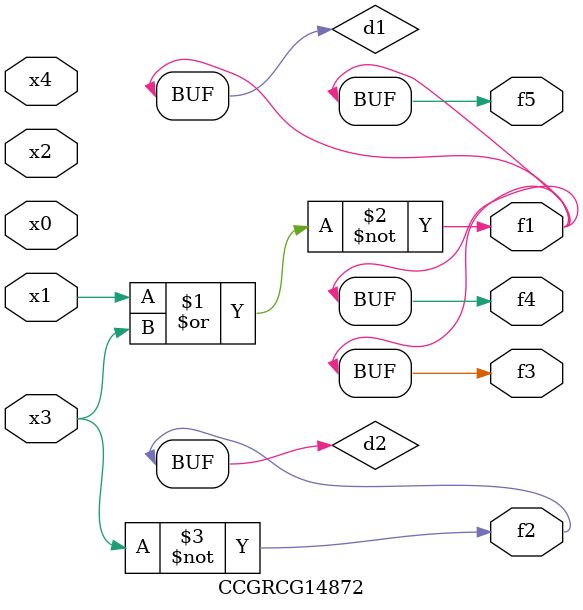
<source format=v>
module CCGRCG14872(
	input x0, x1, x2, x3, x4,
	output f1, f2, f3, f4, f5
);

	wire d1, d2;

	nor (d1, x1, x3);
	not (d2, x3);
	assign f1 = d1;
	assign f2 = d2;
	assign f3 = d1;
	assign f4 = d1;
	assign f5 = d1;
endmodule

</source>
